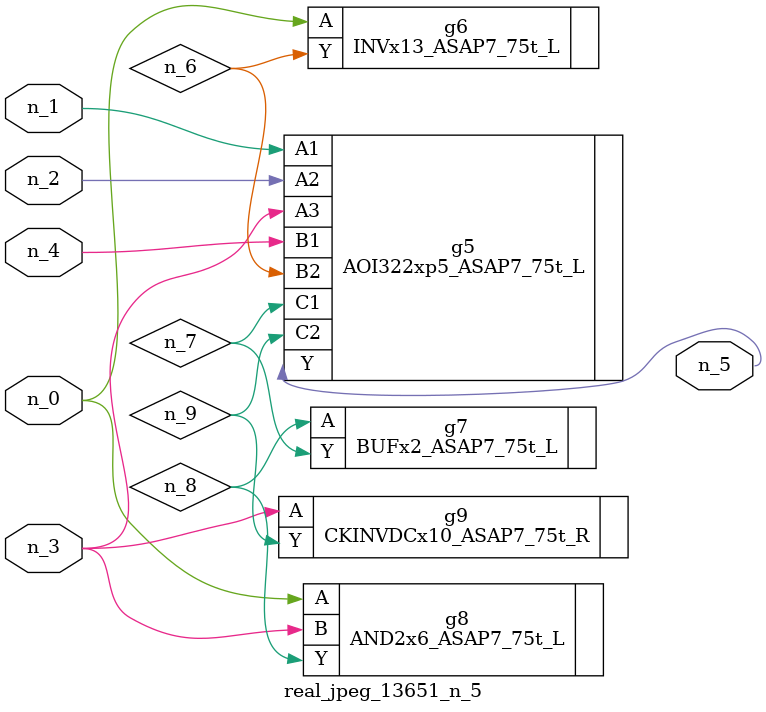
<source format=v>
module real_jpeg_13651_n_5 (n_4, n_0, n_1, n_2, n_3, n_5);

input n_4;
input n_0;
input n_1;
input n_2;
input n_3;

output n_5;

wire n_8;
wire n_6;
wire n_7;
wire n_9;

INVx13_ASAP7_75t_L g6 ( 
.A(n_0),
.Y(n_6)
);

AND2x6_ASAP7_75t_L g8 ( 
.A(n_0),
.B(n_3),
.Y(n_8)
);

AOI322xp5_ASAP7_75t_L g5 ( 
.A1(n_1),
.A2(n_2),
.A3(n_3),
.B1(n_4),
.B2(n_6),
.C1(n_7),
.C2(n_9),
.Y(n_5)
);

CKINVDCx10_ASAP7_75t_R g9 ( 
.A(n_3),
.Y(n_9)
);

BUFx2_ASAP7_75t_L g7 ( 
.A(n_8),
.Y(n_7)
);


endmodule
</source>
